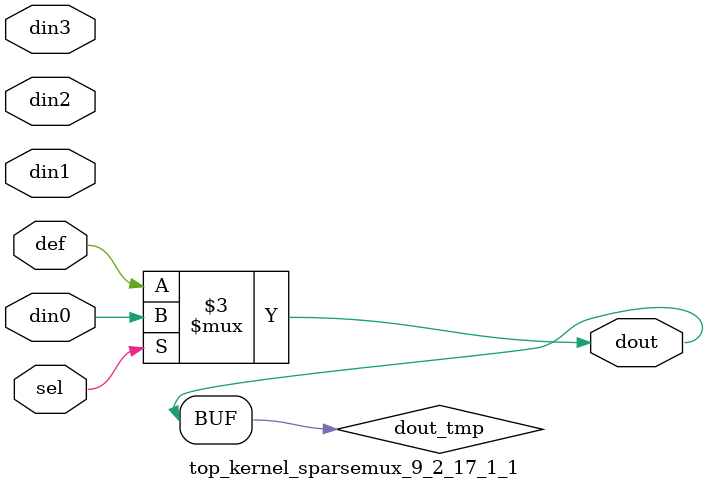
<source format=v>
`timescale 1ns / 1ps

module top_kernel_sparsemux_9_2_17_1_1 (din0,din1,din2,din3,def,sel,dout);

parameter din0_WIDTH = 1;

parameter din1_WIDTH = 1;

parameter din2_WIDTH = 1;

parameter din3_WIDTH = 1;

parameter def_WIDTH = 1;
parameter sel_WIDTH = 1;
parameter dout_WIDTH = 1;

parameter [sel_WIDTH-1:0] CASE0 = 1;

parameter [sel_WIDTH-1:0] CASE1 = 1;

parameter [sel_WIDTH-1:0] CASE2 = 1;

parameter [sel_WIDTH-1:0] CASE3 = 1;

parameter ID = 1;
parameter NUM_STAGE = 1;



input [din0_WIDTH-1:0] din0;

input [din1_WIDTH-1:0] din1;

input [din2_WIDTH-1:0] din2;

input [din3_WIDTH-1:0] din3;

input [def_WIDTH-1:0] def;
input [sel_WIDTH-1:0] sel;

output [dout_WIDTH-1:0] dout;



reg [dout_WIDTH-1:0] dout_tmp;


always @ (*) begin
(* parallel_case *) case (sel)
    
    CASE0 : dout_tmp = din0;
    
    CASE1 : dout_tmp = din1;
    
    CASE2 : dout_tmp = din2;
    
    CASE3 : dout_tmp = din3;
    
    default : dout_tmp = def;
endcase
end


assign dout = dout_tmp;



endmodule

</source>
